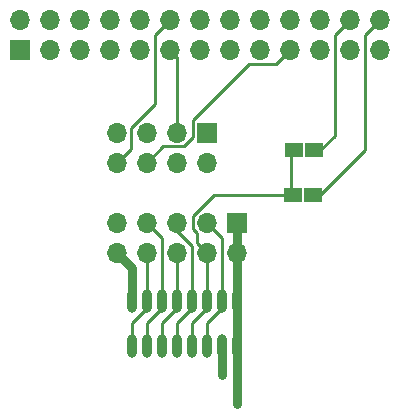
<source format=gtl>
G04 #@! TF.FileFunction,Copper,L1,Top,Signal*
%FSLAX46Y46*%
G04 Gerber Fmt 4.6, Leading zero omitted, Abs format (unit mm)*
G04 Created by KiCad (PCBNEW 4.0.6) date Sun Apr 30 02:44:44 2017*
%MOMM*%
%LPD*%
G01*
G04 APERTURE LIST*
%ADD10C,0.100000*%
%ADD11R,1.700000X1.700000*%
%ADD12O,1.700000X1.700000*%
%ADD13O,0.850000X2.000000*%
%ADD14R,1.500000X1.300000*%
%ADD15C,0.600000*%
%ADD16C,0.750000*%
%ADD17C,0.500000*%
%ADD18C,0.250000*%
G04 APERTURE END LIST*
D10*
D11*
X16935220Y-16935220D03*
D12*
X16935220Y-14395220D03*
X19475220Y-16935220D03*
X19475220Y-14395220D03*
X22015220Y-16935220D03*
X22015220Y-14395220D03*
X24555220Y-16935220D03*
X24555220Y-14395220D03*
X27095220Y-16935220D03*
X27095220Y-14395220D03*
X29635220Y-16935220D03*
X29635220Y-14395220D03*
X32175220Y-16935220D03*
X32175220Y-14395220D03*
X34715220Y-16935220D03*
X34715220Y-14395220D03*
X37255220Y-16935220D03*
X37255220Y-14395220D03*
X39795220Y-16935220D03*
X39795220Y-14395220D03*
X42335220Y-16935220D03*
X42335220Y-14395220D03*
X44875220Y-16935220D03*
X44875220Y-14395220D03*
X47415220Y-16935220D03*
X47415220Y-14395220D03*
D13*
X35368000Y-38162000D03*
X34098000Y-38162000D03*
X32828000Y-38162000D03*
X31558000Y-38162000D03*
X30288000Y-38162000D03*
X29018000Y-38162000D03*
X27748000Y-38162000D03*
X26478000Y-38162000D03*
X35368000Y-41972000D03*
X34098000Y-41972000D03*
X32828000Y-41972000D03*
X31558000Y-41972000D03*
X30288000Y-41972000D03*
X29018000Y-41972000D03*
X27748000Y-41972000D03*
X26478000Y-41972000D03*
D11*
X35350000Y-31550000D03*
D12*
X35350000Y-34090000D03*
X32810000Y-31550000D03*
X32810000Y-34090000D03*
X30270000Y-31550000D03*
X30270000Y-34090000D03*
X27730000Y-31550000D03*
X27730000Y-34090000D03*
X25190000Y-31550000D03*
X25190000Y-34090000D03*
D11*
X32810000Y-23930000D03*
D12*
X32810000Y-26470000D03*
X30270000Y-23930000D03*
X30270000Y-26470000D03*
X27730000Y-23930000D03*
X27730000Y-26470000D03*
X25190000Y-23930000D03*
X25190000Y-26470000D03*
D14*
X41810660Y-29201170D03*
X40110660Y-29201170D03*
X41850030Y-25417840D03*
X40150030Y-25417840D03*
D15*
X34098000Y-44448500D03*
X35368000Y-46874200D03*
D16*
X34098000Y-41972000D02*
X34098000Y-44448500D01*
X26478000Y-38162000D02*
X26478000Y-35378000D01*
X26478000Y-35378000D02*
X25190000Y-34090000D01*
D17*
X26478000Y-38162000D02*
X26414500Y-38162000D01*
X34098000Y-41972000D02*
X34098000Y-41356002D01*
X34088000Y-41982000D02*
X34098000Y-41972000D01*
D16*
X35368000Y-38162000D02*
X35368000Y-34108000D01*
X35368000Y-34108000D02*
X35350000Y-34090000D01*
X35368000Y-46874200D02*
X35368000Y-41972000D01*
X35368000Y-41972000D02*
X35368000Y-38162000D01*
D17*
X35368000Y-34108000D02*
X35350000Y-34090000D01*
D16*
X35350000Y-34090000D02*
X35350000Y-31550000D01*
D17*
X35318000Y-42022000D02*
X35368000Y-41972000D01*
D18*
X32828000Y-38162000D02*
X32828000Y-38797000D01*
X32828000Y-38797000D02*
X31558000Y-40067000D01*
X31558000Y-40067000D02*
X31558000Y-41972000D01*
X32828000Y-38162000D02*
X32828000Y-38860500D01*
X32828000Y-38162000D02*
X32828000Y-34108000D01*
X32828000Y-34108000D02*
X32810000Y-34090000D01*
X39842880Y-29183390D02*
X33437608Y-29183390D01*
X31960001Y-33240001D02*
X32810000Y-34090000D01*
X31960001Y-32439003D02*
X31960001Y-33240001D01*
X31634999Y-32114001D02*
X31960001Y-32439003D01*
X31634999Y-30985999D02*
X31634999Y-32114001D01*
X33437608Y-29183390D02*
X31634999Y-30985999D01*
X39842880Y-29183390D02*
X39900030Y-29126240D01*
X39900030Y-29126240D02*
X39900030Y-25417840D01*
X34098000Y-38162000D02*
X34098000Y-38797000D01*
X34098000Y-38797000D02*
X32828000Y-40067000D01*
X32828000Y-40067000D02*
X32828000Y-41972000D01*
X34098000Y-38162000D02*
X34098000Y-38860500D01*
X34098000Y-38162000D02*
X34098000Y-32838000D01*
X34098000Y-32838000D02*
X32810000Y-31550000D01*
X30270000Y-23930000D02*
X30270000Y-17580000D01*
X30270000Y-17580000D02*
X29635000Y-16945000D01*
X31558000Y-38162000D02*
X31558000Y-33526500D01*
X31558000Y-33526500D02*
X30270000Y-32238500D01*
X30270000Y-32238500D02*
X30270000Y-31550000D01*
X31558000Y-38162000D02*
X31558000Y-38797000D01*
X31558000Y-38797000D02*
X30288000Y-40067000D01*
X30288000Y-40067000D02*
X30288000Y-41972000D01*
X30288000Y-38162000D02*
X30288000Y-38797000D01*
X30288000Y-38797000D02*
X29018000Y-40067000D01*
X29018000Y-40067000D02*
X29018000Y-41972000D01*
X30288000Y-38162000D02*
X30288000Y-34108000D01*
X30288000Y-34108000D02*
X30270000Y-34090000D01*
X27730000Y-26470000D02*
X29094999Y-25105001D01*
X29094999Y-25105001D02*
X30834001Y-25105001D01*
X30834001Y-25105001D02*
X31634999Y-24304003D01*
X31634999Y-24304003D02*
X31634999Y-22819999D01*
X36334997Y-18120001D02*
X38619999Y-18120001D01*
X38619999Y-18120001D02*
X38945001Y-17794999D01*
X31634999Y-22819999D02*
X36334997Y-18120001D01*
X38945001Y-17794999D02*
X39795000Y-16945000D01*
X29018000Y-38162000D02*
X29018000Y-38797000D01*
X29018000Y-38797000D02*
X27748000Y-40067000D01*
X27748000Y-40067000D02*
X27748000Y-41972000D01*
X29018000Y-38162000D02*
X29018000Y-32838000D01*
X29018000Y-32838000D02*
X27730000Y-31550000D01*
X29635220Y-14395220D02*
X29635220Y-14430780D01*
X29635220Y-14430780D02*
X28383000Y-15683000D01*
X28383000Y-15683000D02*
X28383000Y-21537998D01*
X28383000Y-21537998D02*
X28270001Y-21650997D01*
X27748000Y-38162000D02*
X27748000Y-38797000D01*
X27748000Y-38797000D02*
X26478000Y-40067000D01*
X26478000Y-40067000D02*
X26478000Y-41972000D01*
X27748000Y-38162000D02*
X27748000Y-34108000D01*
X27748000Y-34108000D02*
X27730000Y-34090000D01*
X28270001Y-21650997D02*
X26365001Y-23555997D01*
X26365001Y-23555997D02*
X26365001Y-25294999D01*
X26365001Y-25294999D02*
X26039999Y-25620001D01*
X26039999Y-25620001D02*
X25190000Y-26470000D01*
X43623000Y-15657000D02*
X44875000Y-14405000D01*
X42100030Y-25417840D02*
X42397160Y-25417840D01*
X42397160Y-25417840D02*
X43623000Y-24192000D01*
X43623000Y-24192000D02*
X43623000Y-18223000D01*
X43623000Y-18223000D02*
X43623000Y-15657000D01*
X46163000Y-15657000D02*
X47415000Y-14405000D01*
X42060660Y-29201170D02*
X42360330Y-29201170D01*
X42360330Y-29201170D02*
X46163000Y-25398500D01*
X46163000Y-25398500D02*
X46163000Y-15657000D01*
M02*

</source>
